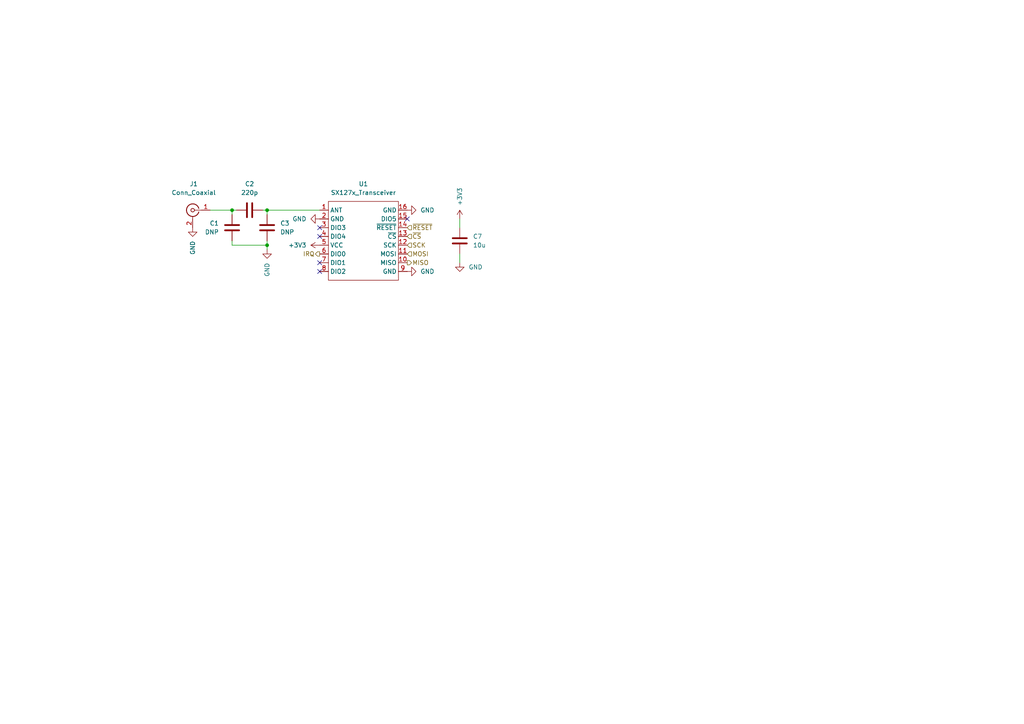
<source format=kicad_sch>
(kicad_sch (version 20211123) (generator eeschema)
  (paper "A4")
  (title_block (title "LoRa module with SMA antenna connector") (date "2023-04-14") (rev "A1") (company "Maya"))
  (lib_symbols
    (symbol "Connector:Conn_Coaxial" (pin_names (offset 1.016) hide)
      (property "Reference" "J" (at 0.254 3.048 0))
      (property "Value" "Conn_Coaxial" (at 2.921 0 90))
      (symbol "Conn_Coaxial_0_1"
        (arc (start -1.778 -0.508) (mid 0.2311 -1.8066) (end 1.778 0) (stroke (width 0.254)))
        (polyline (pts (xy -2.54 0) (xy -0.508 0)))
        (polyline (pts (xy 0 -2.54) (xy 0 -1.778)))
        (circle (center 0 0) (radius 0.508) (stroke (width 0.2032)))
        (arc (start 1.778 0) (mid 0.2099 1.8101) (end -1.778 0.508) (stroke (width 0.254)))
      )
      (symbol "Conn_Coaxial_1_1"
        (pin passive line (at -5.08 0 0) (length 2.54) (name "In") (number "1"))
        (pin passive line (at 0 -5.08 90) (length 2.54) (name "Ext") (number "2"))
      )
    )
    (symbol "Device:C" (pin_numbers hide) (pin_names (offset 0.254))
      (property "Reference" "C" (at 0.635 2.54 0))
      (property "Value" "C" (at 0.635 -2.54 0))
      (symbol "C_0_1"
        (polyline (pts (xy -2.032 -0.762) (xy 2.032 -0.762)) (stroke (width 0.508)))
        (polyline (pts (xy -2.032 0.762) (xy 2.032 0.762)) (stroke (width 0.508)))
      )
      (symbol "C_1_1"
        (pin passive line (at 0 3.81 270) (length 2.794) (name "~") (number "1"))
        (pin passive line (at 0 -3.81 90) (length 2.794) (name "~") (number "2"))
      )
    )
    (symbol "Library:LoRa_SX127x_Transceiver"
      (property "Reference" "U" (at -8.89 -12.7 0))
      (property "Value" "LoRa_SX127x_Transceiver" (at 0 12.7 0))
      (symbol "LoRa_SX127x_Transceiver_0_1"
        (rectangle (start -10.16 11.43) (end 10.16 -11.43))
      )
      (symbol "LoRa_SX127x_Transceiver_1_1"
        (pin passive line (at -12.7 8.89 0) (length 2.54) (name "ANT") (number "1"))
        (pin output line (at 12.7 -6.35 180) (length 2.54) (name "MISO") (number "10"))
        (pin input line (at 12.7 -3.81 180) (length 2.54) (name "MOSI") (number "11"))
        (pin input line (at 12.7 -1.27 180) (length 2.54) (name "SCK") (number "12"))
        (pin input line (at 12.7 1.27 180) (length 2.54) (name "~{CS}") (number "13"))
        (pin input line (at 12.7 3.81 180) (length 2.54) (name "~{RESET}") (number "14"))
        (pin bidirectional line (at 12.7 6.35 180) (length 2.54) (name "DIO5") (number "15"))
        (pin power_in line (at 12.7 8.89 180) (length 2.54) (name "GND") (number "16"))
        (pin power_in line (at -12.7 6.35 0) (length 2.54) (name "GND") (number "2"))
        (pin bidirectional line (at -12.7 3.81 0) (length 2.54) (name "DIO3") (number "3"))
        (pin bidirectional line (at -12.7 1.27 0) (length 2.54) (name "DIO4") (number "4"))
        (pin power_in line (at -12.7 -1.27 0) (length 2.54) (name "VCC") (number "5"))
        (pin bidirectional line (at -12.7 -3.81 0) (length 2.54) (name "DIO0") (number "6"))
        (pin bidirectional line (at -12.7 -6.35 0) (length 2.54) (name "DIO1") (number "7"))
        (pin bidirectional line (at -12.7 -8.89 0) (length 2.54) (name "DIO2") (number "8"))
        (pin power_in line (at 12.7 -8.89 180) (length 2.54) (name "GND") (number "9"))
      )
    )
    (symbol "power:+3V3" (power) (pin_names (offset 0))
      (property "Value" "+3V3" (at 0 3.556 0))
      (symbol "+3V3_0_1"
        (polyline (pts (xy -0.762 1.27) (xy 0 2.54)))
        (polyline (pts (xy 0 0) (xy 0 2.54)))
        (polyline (pts (xy 0 2.54) (xy 0.762 1.27)))
      )
      (symbol "+3V3_1_1"
        (pin power_in line (at 0 0 90) (length 0) hide (name "+3V3") (number "1"))
      )
    )
    (symbol "power:GND" (power) (pin_names (offset 0))
      (property "Value" "GND" (at 0 -3.81 0))
      (symbol "GND_0_1"
        (polyline (pts (xy 0 0) (xy 0 -1.27) (xy 1.27 -1.27) (xy 0 -2.54) (xy -1.27 -1.27) (xy 0 -1.27)))
      )
      (symbol "GND_1_1"
        (pin power_in line (at 0 0 270) (length 0) hide (name "GND") (number "1"))
      )
    )
  )
  (junction (at 77.47 71.12))
  (junction (at 77.47 60.96))
  (junction (at 67.31 60.96))
  (no_connect (at 92.71 68.58))
  (no_connect (at 92.71 66.04))
  (no_connect (at 92.71 78.74))
  (no_connect (at 92.71 76.2))
  (no_connect (at 118.11 63.5))
  (wire (pts (xy 67.31 69.85) (xy 67.31 71.12)))
  (wire (pts (xy 77.47 60.96) (xy 92.71 60.96)))
  (wire (pts (xy 67.31 60.96) (xy 68.58 60.96)))
  (wire (pts (xy 76.2 60.96) (xy 77.47 60.96)))
  (wire (pts (xy 60.96 60.96) (xy 67.31 60.96)))
  (wire (pts (xy 77.47 71.12) (xy 77.47 72.39)))
  (wire (pts (xy 77.47 69.85) (xy 77.47 71.12)))
  (wire (pts (xy 133.35 63.5) (xy 133.35 66.04)))
  (wire (pts (xy 67.31 60.96) (xy 67.31 62.23)))
  (wire (pts (xy 77.47 60.96) (xy 77.47 62.23)))
  (wire (pts (xy 133.35 73.66) (xy 133.35 76.2)))
  (wire (pts (xy 67.31 71.12) (xy 77.47 71.12)))
  (hierarchical_label "MISO" (shape output) (at 118.11 76.2 0))
  (hierarchical_label "~{RESET}" (shape input) (at 118.11 66.04 0))
  (hierarchical_label "MOSI" (shape input) (at 118.11 73.66 0))
  (hierarchical_label "~{CS}" (shape input) (at 118.11 68.58 0))
  (hierarchical_label "IRQ" (shape output) (at 92.71 73.66 180))
  (hierarchical_label "SCK" (shape input) (at 118.11 71.12 0))
  (symbol (lib_id "power:GND") (at 118.11 60.96 90) (unit 1)
    (property "Reference" "#PWR05" (effects hide))
    (property "Value" "GND" (at 121.92 60.9599 90) (effects (justify right)))
  )
  (symbol (lib_id "power:GND") (at 92.71 63.5 270) (unit 1)
    (property "Reference" "#PWR03" (effects hide))
    (property "Value" "GND" (at 88.9 63.5 90) (effects (justify right)))
  )
  (symbol (lib_id "Device:C") (at 77.47 66.04 0) (unit 1)
    (property "Reference" "C3" (at 81.28 64.7699 0) (effects (justify left)))
    (property "Value" "DNP" (at 81.28 67.3099 0) (effects (justify left)))
    (property "Footprint" "Capacitor_SMD:C_0603_1608Metric" (effects hide))
  )
  (symbol (lib_id "power:GND") (at 133.35 76.2 0) (unit 1)
    (property "Reference" "#PWR014" (effects hide))
    (property "Value" "GND" (at 135.89 77.4699 0) (effects (justify left)))
  )
  (symbol (lib_id "Connector:Conn_Coaxial") (at 55.88 60.96 0) (mirror y) (unit 1)
    (property "Reference" "J1" (at 56.1974 53.34 0))
    (property "Value" "Conn_Coaxial" (at 56.1974 55.88 0))
    (property "Footprint" "Library:SMA_Cinch_142-0701_Vertical" (effects hide))
    (property "Datasheet" " ~" (effects hide))
    (property "Manufacturer" "Cinch" (effects hide))
    (property "PartNumber" "142-0701-201" (effects hide))
  )
  (symbol (lib_id "power:GND") (at 55.88 66.04 0) (unit 1)
    (property "Reference" "#PWR01" (effects hide))
    (property "Value" "GND" (at 55.88 69.85 90) (effects (justify right)))
  )
  (symbol (lib_id "power:+3V3") (at 133.35 63.5 0) (unit 1)
    (property "Reference" "#PWR013" (effects hide))
    (property "Value" "+3V3" (at 133.35 59.69 90) (effects (justify left)))
  )
  (symbol (lib_id "power:GND") (at 77.47 72.39 0) (unit 1)
    (property "Reference" "#PWR02" (effects hide))
    (property "Value" "GND" (at 77.47 76.2 90) (effects (justify right)))
  )
  (symbol (lib_id "Device:C") (at 133.35 69.85 0) (unit 1)
    (property "Reference" "C7" (at 137.16 68.5799 0) (effects (justify left)))
    (property "Value" "10u" (at 137.16 71.1199 0) (effects (justify left)))
    (property "Footprint" "Capacitor_SMD:C_0603_1608Metric" (effects hide))
    (property "Manufacturer" "Murata" (effects hide))
    (property "PartNumber" "GRM188R61C106MA73D" (effects hide))
  )
  (symbol (lib_id "Device:C") (at 67.31 66.04 0) (mirror x) (unit 1)
    (property "Reference" "C1" (at 63.5 64.7699 0) (effects (justify right)))
    (property "Value" "DNP" (at 63.5 67.3099 0) (effects (justify right)))
    (property "Footprint" "Capacitor_SMD:C_0603_1608Metric" (effects hide))
  )
  (symbol (lib_id "Library:LoRa_SX127x_Transceiver") (at 105.41 69.85 0) (unit 1)
    (property "Reference" "U1" (at 105.41 53.34 0))
    (property "Value" "SX127x_Transceiver" (at 105.41 55.88 0))
    (property "Footprint" "Library:LoRaModule-16_16.0x16.0mm_Layout2x8_P2.0mm" (effects hide))
  )
  (symbol (lib_id "power:+3V3") (at 92.71 71.12 90) (unit 1)
    (property "Reference" "#PWR04" (effects hide))
    (property "Value" "+3V3" (at 88.9 71.12 90) (effects (justify left)))
  )
  (symbol (lib_id "power:GND") (at 118.11 78.74 90) (unit 1)
    (property "Reference" "#PWR06" (effects hide))
    (property "Value" "GND" (at 121.92 78.7399 90) (effects (justify right)))
  )
  (symbol (lib_id "Device:C") (at 72.39 60.96 90) (unit 1)
    (property "Reference" "C2" (at 72.39 53.34 90))
    (property "Value" "220p" (at 72.39 55.88 90))
    (property "Footprint" "Capacitor_SMD:C_0603_1608Metric" (effects hide))
    (property "Manufacturer" "KEMET" (effects hide))
    (property "PartNumber" "C0603C221J5GACTU" (effects hide))
  )
)
</source>
